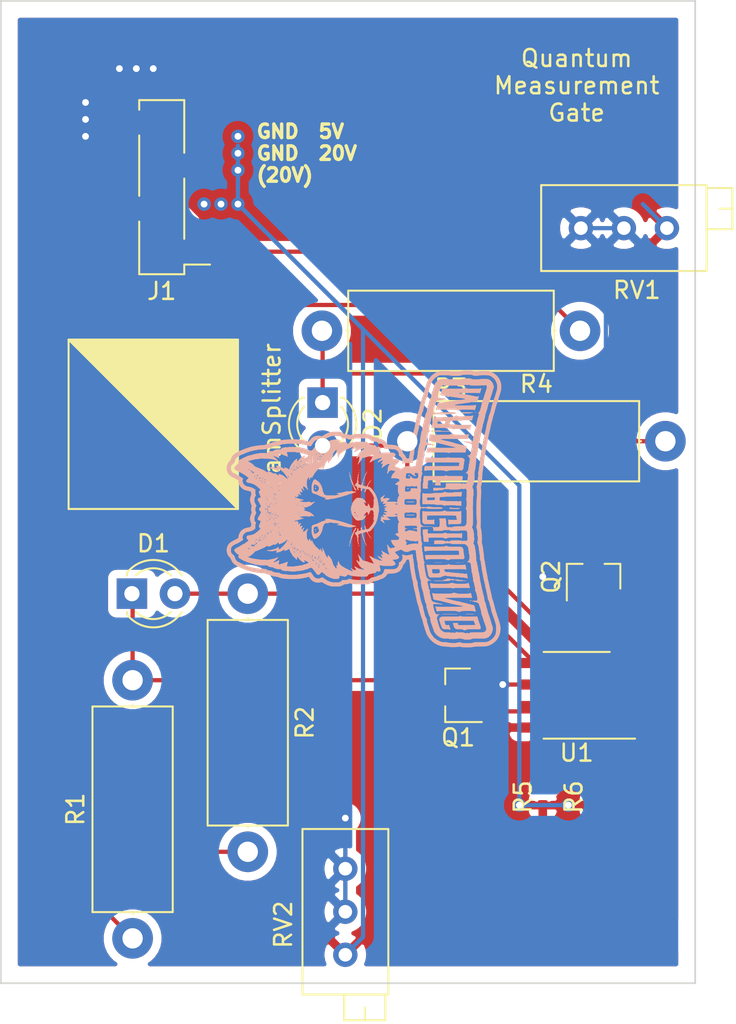
<source format=kicad_pcb>
(kicad_pcb (version 20171130) (host pcbnew 5.1.5+dfsg1-2build2)
  (layers (0 F.Cu signal) (31 B.Cu signal) (34 B.Paste user) (35 F.Paste user) (36 B.SilkS user) (37 F.SilkS user) (38 B.Mask user) (39 F.Mask user) (44 Edge.Cuts user))
  (net 0 "")
  (net 1 "Net-(D1-Pad2)")
  (net 2 "Net-(D2-Pad2)")
  (net 3 /20v)
  (net 4 /5v)
  (net 5 /GND_20)
  (net 6 /GND)
  (net 7 "Net-(Q1-Pad1)")
  (net 8 "Net-(Q2-Pad1)")
  (net 9 /V)
  (net 10 /H)
  (module Symbol:KiCad-Logo2_5mm_Copper (layer F.Cu) (at 159 123)
    (fp_text reference REF** hide)
    (fp_text value KiCad-Logo2_5mm_Copper hide)
    (fp_poly (pts (xy 6.228823 2.274533) (xy 6.260202 2.296776) (xy 6.287911 2.324485) (xy 6.287911 2.63392) (xy 6.287838 2.725799) (xy 6.287495 2.79784) (xy 6.286692 2.85278) (xy 6.285241 2.89336) (xy 6.282952 2.922317) (xy 6.279636 2.942391) (xy 6.275105 2.956321) (xy 6.269169 2.966845) (xy 6.264514 2.9731) (xy 6.233783 2.997673) (xy 6.198496 3.000341) (xy 6.166245 2.985271) (xy 6.155588 2.976374) (xy 6.148464 2.964557) (xy 6.144167 2.945526) (xy 6.141991 2.914992) (xy 6.141228 2.868662) (xy 6.141155 2.832871) (xy 6.141155 2.698045) (xy 5.644444 2.698045) (xy 5.644444 2.8207) (xy 5.643931 2.876787) (xy 5.641876 2.915333) (xy 5.637508 2.941361) (xy 5.630056 2.959897) (xy 5.621047 2.9731) (xy 5.590144 2.997604) (xy 5.555196 3.000506) (xy 5.521738 2.983089) (xy 5.512604 2.973959) (xy 5.506152 2.961855) (xy 5.501897 2.943001) (xy 5.499352 2.91362) (xy 5.498029 2.869937) (xy 5.497443 2.808175) (xy 5.497375 2.794) (xy 5.496891 2.677631) (xy 5.496641 2.581727) (xy 5.496723 2.504177) (xy 5.497231 2.442869) (xy 5.498262 2.39569) (xy 5.499913 2.36053) (xy 5.502279 2.335276) (xy 5.505457 2.317817) (xy 5.509544 2.306041) (xy 5.514634 2.297835) (xy 5.520266 2.291645) (xy 5.552128 2.271844) (xy 5.585357 2.274533) (xy 5.616735 2.296776) (xy 5.629433 2.311126) (xy 5.637526 2.326978) (xy 5.642042 2.349554) (xy 5.644006 2.384078) (xy 5.644444 2.435776) (xy 5.644444 2.551289) (xy 6.141155 2.551289) (xy 6.141155 2.432756) (xy 6.141662 2.378148) (xy 6.143698 2.341275) (xy 6.148035 2.317307) (xy 6.155447 2.301415) (xy 6.163733 2.291645) (xy 6.195594 2.271844) (xy 6.228823 2.274533)) (layer F.Cu) (width 0.01))
    (fp_poly (pts (xy 4.963065 2.269163) (xy 5.041772 2.269542) (xy 5.102863 2.270333) (xy 5.148817 2.27167) (xy 5.182114 2.273683) (xy 5.205236 2.276506) (xy 5.220662 2.280269) (xy 5.230871 2.285105) (xy 5.235813 2.288822) (xy 5.261457 2.321358) (xy 5.264559 2.355138) (xy 5.248711 2.385826) (xy 5.238348 2.398089) (xy 5.227196 2.40645) (xy 5.211035 2.411657) (xy 5.185642 2.414457) (xy 5.146798 2.415596) (xy 5.09028 2.415821) (xy 5.07918 2.415822) (xy 4.933244 2.415822) (xy 4.933244 2.686756) (xy 4.933148 2.772154) (xy 4.932711 2.837864) (xy 4.931712 2.886774) (xy 4.929928 2.921773) (xy 4.927137 2.945749) (xy 4.923117 2.961593) (xy 4.917645 2.972191) (xy 4.910666 2.980267) (xy 4.877734 3.000112) (xy 4.843354 2.998548) (xy 4.812176 2.975906) (xy 4.809886 2.9731) (xy 4.802429 2.962492) (xy 4.796747 2.950081) (xy 4.792601 2.93285) (xy 4.78975 2.907784) (xy 4.787954 2.871867) (xy 4.786972 2.822083) (xy 4.786564 2.755417) (xy 4.786489 2.679589) (xy 4.786489 2.415822) (xy 4.647127 2.415822) (xy 4.587322 2.415418) (xy 4.545918 2.41384) (xy 4.518748 2.410547) (xy 4.501646 2.404992) (xy 4.490443 2.396631) (xy 4.489083 2.395178) (xy 4.472725 2.361939) (xy 4.474172 2.324362) (xy 4.492978 2.291645) (xy 4.50025 2.285298) (xy 4.509627 2.280266) (xy 4.523609 2.276396) (xy 4.544696 2.273537) (xy 4.575389 2.271535) (xy 4.618189 2.270239) (xy 4.675595 2.269498) (xy 4.75011 2.269158) (xy 4.844233 2.269068) (xy 4.86426 2.269067) (xy 4.963065 2.269163)) (layer F.Cu) (width 0.01))
    (fp_poly (pts (xy 4.188614 2.275877) (xy 4.212327 2.290647) (xy 4.238978 2.312227) (xy 4.238978 2.633773) (xy 4.238893 2.72783) (xy 4.238529 2.801932) (xy 4.237724 2.858704) (xy 4.236313 2.900768) (xy 4.234133 2.930748) (xy 4.231021 2.951267) (xy 4.226814 2.964949) (xy 4.221348 2.974416) (xy 4.217472 2.979082) (xy 4.186034 2.999575) (xy 4.150233 2.998739) (xy 4.118873 2.981264) (xy 4.092222 2.959684) (xy 4.092222 2.312227) (xy 4.118873 2.290647) (xy 4.144594 2.274949) (xy 4.1656 2.269067) (xy 4.188614 2.275877)) (layer F.Cu) (width 0.01))
    (fp_poly (pts (xy 3.744665 2.271034) (xy 3.764255 2.278035) (xy 3.76501 2.278377) (xy 3.791613 2.298678) (xy 3.80627 2.319561) (xy 3.809138 2.329352) (xy 3.808996 2.342361) (xy 3.804961 2.360895) (xy 3.796146 2.387257) (xy 3.781669 2.423752) (xy 3.760645 2.472687) (xy 3.732188 2.536365) (xy 3.695415 2.617093) (xy 3.675175 2.661216) (xy 3.638625 2.739985) (xy 3.604315 2.812423) (xy 3.573552 2.87588) (xy 3.547648 2.927708) (xy 3.52791 2.965259) (xy 3.51565 2.985884) (xy 3.513224 2.988733) (xy 3.482183 3.001302) (xy 3.447121 2.999619) (xy 3.419 2.984332) (xy 3.417854 2.983089) (xy 3.406668 2.966154) (xy 3.387904 2.93317) (xy 3.363875 2.88838) (xy 3.336897 2.836032) (xy 3.327201 2.816742) (xy 3.254014 2.67015) (xy 3.17424 2.829393) (xy 3.145767 2.884415) (xy 3.11935 2.932132) (xy 3.097148 2.968893) (xy 3.081319 2.991044) (xy 3.075954 2.995741) (xy 3.034257 3.002102) (xy 2.999849 2.988733) (xy 2.989728 2.974446) (xy 2.972214 2.942692) (xy 2.948735 2.896597) (xy 2.92072 2.839285) (xy 2.889599 2.77388) (xy 2.856799 2.703507) (xy 2.82375 2.631291) (xy 2.791881 2.560355) (xy 2.762619 2.493825) (xy 2.737395 2.434826) (xy 2.717636 2.386481) (xy 2.704772 2.351915) (xy 2.700231 2.334253) (xy 2.700277 2.333613) (xy 2.711326 2.311388) (xy 2.73341 2.288753) (xy 2.73471 2.287768) (xy 2.761853 2.272425) (xy 2.786958 2.272574) (xy 2.796368 2.275466) (xy 2.807834 2.281718) (xy 2.82001 2.294014) (xy 2.834357 2.314908) (xy 2.852336 2.346949) (xy 2.875407 2.392688) (xy 2.90503 2.454677) (xy 2.931745 2.511898) (xy 2.96248 2.578226) (xy 2.990021 2.637874) (xy 3.012938 2.687725) (xy 3.029798 2.724664) (xy 3.039173 2.745573) (xy 3.04054 2.748845) (xy 3.046689 2.743497) (xy 3.060822 2.721109) (xy 3.081057 2.684946) (xy 3.105515 2.638277) (xy 3.115248 2.619022) (xy 3.148217 2.554004) (xy 3.173643 2.506654) (xy 3.193612 2.474219) (xy 3.21021 2.453946) (xy 3.225524 2.443082) (xy 3.24164 2.438875) (xy 3.252143 2.4384) (xy 3.27067 2.440042) (xy 3.286904 2.446831) (xy 3.303035 2.461566) (xy 3.321251 2.487044) (xy 3.343739 2.526061) (xy 3.372689 2.581414) (xy 3.388662 2.612903) (xy 3.41457 2.663087) (xy 3.437167 2.704704) (xy 3.454458 2.734242) (xy 3.46445 2.748189) (xy 3.465809 2.74877) (xy 3.472261 2.737793) (xy 3.486708 2.70929) (xy 3.507703 2.666244) (xy 3.533797 2.611638) (xy 3.563546 2.548454) (xy 3.57818 2.517071) (xy 3.61625 2.436078) (xy 3.646905 2.373756) (xy 3.671737 2.328071) (xy 3.692337 2.296989) (xy 3.710298 2.278478) (xy 3.72721 2.270504) (xy 3.744665 2.271034)) (layer F.Cu) (width 0.01))
    (fp_poly (pts (xy 1.018309 2.269275) (xy 1.147288 2.273636) (xy 1.256991 2.286861) (xy 1.349226 2.309741) (xy 1.425802 2.34307) (xy 1.488527 2.387638) (xy 1.539212 2.444236) (xy 1.579663 2.513658) (xy 1.580459 2.515351) (xy 1.604601 2.577483) (xy 1.613203 2.632509) (xy 1.606231 2.687887) (xy 1.583654 2.751073) (xy 1.579372 2.760689) (xy 1.550172 2.816966) (xy 1.517356 2.860451) (xy 1.475002 2.897417) (xy 1.41719 2.934135) (xy 1.413831 2.936052) (xy 1.363504 2.960227) (xy 1.306621 2.978282) (xy 1.239527 2.990839) (xy 1.158565 2.998522) (xy 1.060082 3.001953) (xy 1.025286 3.002251) (xy 0.859594 3.002845) (xy 0.836197 2.9731) (xy 0.829257 2.963319) (xy 0.823842 2.951897) (xy 0.819765 2.936095) (xy 0.816837 2.913175) (xy 0.814867 2.880396) (xy 0.814225 2.856089) (xy 0.970844 2.856089) (xy 1.064726 2.856089) (xy 1.119664 2.854483) (xy 1.17606 2.850255) (xy 1.222345 2.844292) (xy 1.225139 2.84379) (xy 1.307348 2.821736) (xy 1.371114 2.7886) (xy 1.418452 2.742847) (xy 1.451382 2.682939) (xy 1.457108 2.667061) (xy 1.462721 2.642333) (xy 1.460291 2.617902) (xy 1.448467 2.5854) (xy 1.44134 2.569434) (xy 1.418 2.527006) (xy 1.38988 2.49724) (xy 1.35894 2.476511) (xy 1.296966 2.449537) (xy 1.217651 2.429998) (xy 1.125253 2.418746) (xy 1.058333 2.41627) (xy 0.970844 2.415822) (xy 0.970844 2.856089) (xy 0.814225 2.856089) (xy 0.813668 2.835021) (xy 0.81305 2.774311) (xy 0.812825 2.695526) (xy 0.8128 2.63392) (xy 0.8128 2.324485) (xy 0.840509 2.296776) (xy 0.852806 2.285544) (xy 0.866103 2.277853) (xy 0.884672 2.27304) (xy 0.912786 2.270446) (xy 0.954717 2.26941) (xy 1.014737 2.26927) (xy 1.018309 2.269275)) (layer F.Cu) (width 0.01))
    (fp_poly (pts (xy 0.230343 2.26926) (xy 0.306701 2.270174) (xy 0.365217 2.272311) (xy 0.408255 2.276175) (xy 0.438183 2.282267) (xy 0.457368 2.29109) (xy 0.468176 2.303146) (xy 0.472973 2.318939) (xy 0.474127 2.33897) (xy 0.474133 2.341335) (xy 0.473131 2.363992) (xy 0.468396 2.381503) (xy 0.457333 2.394574) (xy 0.437348 2.403913) (xy 0.405846 2.410227) (xy 0.360232 2.414222) (xy 0.297913 2.416606) (xy 0.216293 2.418086) (xy 0.191277 2.418414) (xy -0.0508 2.421467) (xy -0.054186 2.486378) (xy -0.057571 2.551289) (xy 0.110576 2.551289) (xy 0.176266 2.551531) (xy 0.223172 2.552556) (xy 0.255083 2.554811) (xy 0.275791 2.558742) (xy 0.289084 2.564798) (xy 0.298755 2.573424) (xy 0.298817 2.573493) (xy 0.316356 2.607112) (xy 0.315722 2.643448) (xy 0.297314 2.674423) (xy 0.293671 2.677607) (xy 0.280741 2.685812) (xy 0.263024 2.691521) (xy 0.23657 2.695162) (xy 0.197432 2.697167) (xy 0.141662 2.697964) (xy 0.105994 2.698045) (xy -0.056445 2.698045) (xy -0.056445 2.856089) (xy 0.190161 2.856089) (xy 0.27158 2.856231) (xy 0.33341 2.856814) (xy 0.378637 2.858068) (xy 0.410248 2.860227) (xy 0.431231 2.863523) (xy 0.444573 2.868189) (xy 0.453261 2.874457) (xy 0.45545 2.876733) (xy 0.471614 2.90828) (xy 0.472797 2.944168) (xy 0.459536 2.975285) (xy 0.449043 2.985271) (xy 0.438129 2.990769) (xy 0.421217 2.995022) (xy 0.395633 2.99818) (xy 0.358701 3.000392) (xy 0.307746 3.001806) (xy 0.240094 3.002572) (xy 0.153069 3.002838) (xy 0.133394 3.002845) (xy 0.044911 3.002787) (xy -0.023773 3.002467) (xy -0.075436 3.001667) (xy -0.112855 3.000167) (xy -0.13881 2.997749) (xy -0.156078 2.994194) (xy -0.167438 2.989282) (xy -0.175668 2.982795) (xy -0.180183 2.978138) (xy -0.186979 2.969889) (xy -0.192288 2.959669) (xy -0.196294 2.9448) (xy -0.199179 2.922602) (xy -0.201126 2.890393) (xy -0.202319 2.845496) (xy -0.202939 2.785228) (xy -0.203171 2.706911) (xy -0.2032 2.640994) (xy -0.203129 2.548628) (xy -0.202792 2.476117) (xy -0.202002 2.420737) (xy -0.200574 2.379765) (xy -0.198321 2.350478) (xy -0.195057 2.330153) (xy -0.190596 2.316066) (xy -0.184752 2.305495) (xy -0.179803 2.298811) (xy -0.156406 2.269067) (xy 0.133774 2.269067) (xy 0.230343 2.26926)) (layer F.Cu) (width 0.01))
    (fp_poly (pts (xy -1.300114 2.273448) (xy -1.276548 2.287273) (xy -1.245735 2.309881) (xy -1.206078 2.342338) (xy -1.15598 2.385708) (xy -1.093843 2.441058) (xy -1.018072 2.509451) (xy -0.931334 2.588084) (xy -0.750711 2.751878) (xy -0.745067 2.532029) (xy -0.743029 2.456351) (xy -0.741063 2.399994) (xy -0.738734 2.359706) (xy -0.735606 2.332235) (xy -0.731245 2.314329) (xy -0.725216 2.302737) (xy -0.717084 2.294208) (xy -0.712772 2.290623) (xy -0.678241 2.27167) (xy -0.645383 2.274441) (xy -0.619318 2.290633) (xy -0.592667 2.312199) (xy -0.589352 2.627151) (xy -0.588435 2.719779) (xy -0.587968 2.792544) (xy -0.588113 2.848161) (xy -0.589032 2.889342) (xy -0.590887 2.918803) (xy -0.593839 2.939255) (xy -0.59805 2.953413) (xy -0.603682 2.963991) (xy -0.609927 2.972474) (xy -0.623439 2.988207) (xy -0.636883 2.998636) (xy -0.652124 3.002639) (xy -0.671026 2.999094) (xy -0.695455 2.986879) (xy -0.727273 2.964871) (xy -0.768348 2.931949) (xy -0.820542 2.886991) (xy -0.885722 2.828875) (xy -0.959556 2.762099) (xy -1.224845 2.521458) (xy -1.230489 2.740589) (xy -1.232531 2.816128) (xy -1.234502 2.872354) (xy -1.236839 2.912524) (xy -1.239981 2.939896) (xy -1.244364 2.957728) (xy -1.250424 2.969279) (xy -1.2586 2.977807) (xy -1.262784 2.981282) (xy -1.299765 3.000372) (xy -1.334708 2.997493) (xy -1.365136 2.9731) (xy -1.372097 2.963286) (xy -1.377523 2.951826) (xy -1.381603 2.935968) (xy -1.384529 2.912963) (xy -1.386492 2.880062) (xy -1.387683 2.834516) (xy -1.388292 2.773573) (xy -1.388511 2.694486) (xy -1.388534 2.635956) (xy -1.38846 2.544407) (xy -1.388113 2.472687) (xy -1.387301 2.418045) (xy -1.385833 2.377732) (xy -1.383519 2.348998) (xy -1.380167 2.329093) (xy -1.375588 2.315268) (xy -1.369589 2.304772) (xy -1.365136 2.298811) (xy -1.35385 2.284691) (xy -1.343301 2.274029) (xy -1.331893 2.267892) (xy -1.31803 2.267343) (xy -1.300114 2.273448)) (layer F.Cu) (width 0.01))
    (fp_poly (pts (xy -1.950081 2.274599) (xy -1.881565 2.286095) (xy -1.828943 2.303967) (xy -1.794708 2.327499) (xy -1.785379 2.340924) (xy -1.775893 2.372148) (xy -1.782277 2.400395) (xy -1.80243 2.427182) (xy -1.833745 2.439713) (xy -1.879183 2.438696) (xy -1.914326 2.431906) (xy -1.992419 2.418971) (xy -2.072226 2.417742) (xy -2.161555 2.428241) (xy -2.186229 2.43269) (xy -2.269291 2.456108) (xy -2.334273 2.490945) (xy -2.380461 2.536604) (xy -2.407145 2.592494) (xy -2.412663 2.621388) (xy -2.409051 2.680012) (xy -2.385729 2.731879) (xy -2.344824 2.775978) (xy -2.288459 2.811299) (xy -2.21876 2.836829) (xy -2.137852 2.851559) (xy -2.04786 2.854478) (xy -1.95091 2.844575) (xy -1.945436 2.843641) (xy -1.906875 2.836459) (xy -1.885494 2.829521) (xy -1.876227 2.819227) (xy -1.874006 2.801976) (xy -1.873956 2.792841) (xy -1.873956 2.754489) (xy -1.942431 2.754489) (xy -2.0029 2.750347) (xy -2.044165 2.737147) (xy -2.068175 2.71373) (xy -2.076877 2.678936) (xy -2.076983 2.674394) (xy -2.071892 2.644654) (xy -2.054433 2.623419) (xy -2.021939 2.609366) (xy -1.971743 2.601173) (xy -1.923123 2.598161) (xy -1.852456 2.596433) (xy -1.801198 2.59907) (xy -1.766239 2.6088) (xy -1.74447 2.628353) (xy -1.73278 2.660456) (xy -1.72806 2.707838) (xy -1.7272 2.770071) (xy -1.728609 2.839535) (xy -1.732848 2.886786) (xy -1.739936 2.912012) (xy -1.741311 2.913988) (xy -1.780228 2.945508) (xy -1.837286 2.97047) (xy -1.908869 2.98834) (xy -1.991358 2.998586) (xy -2.081139 3.000673) (xy -2.174592 2.994068) (xy -2.229556 2.985956) (xy -2.315766 2.961554) (xy -2.395892 2.921662) (xy -2.462977 2.869887) (xy -2.473173 2.859539) (xy -2.506302 2.816035) (xy -2.536194 2.762118) (xy -2.559357 2.705592) (xy -2.572298 2.654259) (xy -2.573858 2.634544) (xy -2.567218 2.593419) (xy -2.549568 2.542252) (xy -2.524297 2.488394) (xy -2.494789 2.439195) (xy -2.468719 2.406334) (xy -2.407765 2.357452) (xy -2.328969 2.318545) (xy -2.235157 2.290494) (xy -2.12915 2.274179) (xy -2.032 2.270192) (xy -1.950081 2.274599)) (layer F.Cu) (width 0.01))
    (fp_poly (pts (xy -2.923822 2.291645) (xy -2.917242 2.299218) (xy -2.912079 2.308987) (xy -2.908164 2.323571) (xy -2.905324 2.345585) (xy -2.903387 2.377648) (xy -2.902183 2.422375) (xy -2.901539 2.482385) (xy -2.901284 2.560294) (xy -2.901245 2.635956) (xy -2.901314 2.729802) (xy -2.901638 2.803689) (xy -2.902386 2.860232) (xy -2.903732 2.902049) (xy -2.905846 2.931757) (xy -2.9089 2.951973) (xy -2.913066 2.965314) (xy -2.918516 2.974398) (xy -2.923822 2.980267) (xy -2.956826 2.999947) (xy -2.991991 2.998181) (xy -3.023455 2.976717) (xy -3.030684 2.968337) (xy -3.036334 2.958614) (xy -3.040599 2.944861) (xy -3.043673 2.924389) (xy -3.045752 2.894512) (xy -3.04703 2.852541) (xy -3.047701 2.795789) (xy -3.047959 2.721567) (xy -3.048 2.637537) (xy -3.048 2.324485) (xy -3.020291 2.296776) (xy -2.986137 2.273463) (xy -2.953006 2.272623) (xy -2.923822 2.291645)) (layer F.Cu) (width 0.01))
    (fp_poly (pts (xy -3.691703 2.270351) (xy -3.616888 2.275581) (xy -3.547306 2.28375) (xy -3.487002 2.29455) (xy -3.44002 2.307673) (xy -3.410406 2.322813) (xy -3.40586 2.327269) (xy -3.390054 2.36185) (xy -3.394847 2.397351) (xy -3.419364 2.427725) (xy -3.420534 2.428596) (xy -3.434954 2.437954) (xy -3.450008 2.442876) (xy -3.471005 2.443473) (xy -3.503257 2.439861) (xy -3.552073 2.432154) (xy -3.556 2.431505) (xy -3.628739 2.422569) (xy -3.707217 2.418161) (xy -3.785927 2.418119) (xy -3.859361 2.422279) (xy -3.922011 2.430479) (xy -3.96837 2.442557) (xy -3.971416 2.443771) (xy -4.005048 2.462615) (xy -4.016864 2.481685) (xy -4.007614 2.500439) (xy -3.978047 2.518337) (xy -3.928911 2.534837) (xy -3.860957 2.549396) (xy -3.815645 2.556406) (xy -3.721456 2.569889) (xy -3.646544 2.582214) (xy -3.587717 2.594449) (xy -3.541785 2.607661) (xy -3.505555 2.622917) (xy -3.475838 2.641285) (xy -3.449442 2.663831) (xy -3.42823 2.685971) (xy -3.403065 2.716819) (xy -3.390681 2.743345) (xy -3.386808 2.776026) (xy -3.386667 2.787995) (xy -3.389576 2.827712) (xy -3.401202 2.857259) (xy -3.421323 2.883486) (xy -3.462216 2.923576) (xy -3.507817 2.954149) (xy -3.561513 2.976203) (xy -3.626692 2.990735) (xy -3.706744 2.998741) (xy -3.805057 3.001218) (xy -3.821289 3.001177) (xy -3.886849 2.999818) (xy -3.951866 2.99673) (xy -4.009252 2.992356) (xy -4.051922 2.98714) (xy -4.055372 2.986541) (xy -4.097796 2.976491) (xy -4.13378 2.963796) (xy -4.15415 2.95219) (xy -4.173107 2.921572) (xy -4.174427 2.885918) (xy -4.158085 2.854144) (xy -4.154429 2.850551) (xy -4.139315 2.839876) (xy -4.120415 2.835276) (xy -4.091162 2.836059) (xy -4.055651 2.840127) (xy -4.01597 2.843762) (xy -3.960345 2.846828) (xy -3.895406 2.849053) (xy -3.827785 2.850164) (xy -3.81 2.850237) (xy -3.742128 2.849964) (xy -3.692454 2.848646) (xy -3.65661 2.845827) (xy -3.630224 2.84105) (xy -3.608926 2.833857) (xy -3.596126 2.827867) (xy -3.568 2.811233) (xy -3.550068 2.796168) (xy -3.547447 2.791897) (xy -3.552976 2.774263) (xy -3.57926 2.757192) (xy -3.624478 2.741458) (xy -3.686808 2.727838) (xy -3.705171 2.724804) (xy -3.80109 2.709738) (xy -3.877641 2.697146) (xy -3.93778 2.686111) (xy -3.98446 2.67572) (xy -4.020637 2.665056) (xy -4.049265 2.653205) (xy -4.073298 2.639251) (xy -4.095692 2.622281) (xy -4.119402 2.601378) (xy -4.12738 2.594049) (xy -4.155353 2.566699) (xy -4.17016 2.545029) (xy -4.175952 2.520232) (xy -4.176889 2.488983) (xy -4.166575 2.427705) (xy -4.135752 2.37564) (xy -4.084595 2.332958) (xy -4.013283 2.299825) (xy -3.9624 2.284964) (xy -3.9071 2.275366) (xy -3.840853 2.269936) (xy -3.767706 2.268367) (xy -3.691703 2.270351)) (layer F.Cu) (width 0.01))
    (fp_poly (pts (xy -4.712794 2.269146) (xy -4.643386 2.269518) (xy -4.590997 2.270385) (xy -4.552847 2.271946) (xy -4.526159 2.274403) (xy -4.508153 2.277957) (xy -4.496049 2.28281) (xy -4.487069 2.289161) (xy -4.483818 2.292084) (xy -4.464043 2.323142) (xy -4.460482 2.358828) (xy -4.473491 2.39051) (xy -4.479506 2.396913) (xy -4.489235 2.403121) (xy -4.504901 2.40791) (xy -4.529408 2.411514) (xy -4.565661 2.414164) (xy -4.616565 2.416095) (xy -4.685026 2.417539) (xy -4.747617 2.418418) (xy -4.995334 2.421467) (xy -4.998719 2.486378) (xy -5.002105 2.551289) (xy -4.833958 2.551289) (xy -4.760959 2.551919) (xy -4.707517 2.554553) (xy -4.670628 2.560309) (xy -4.647288 2.570304) (xy -4.634494 2.585656) (xy -4.629242 2.607482) (xy -4.628445 2.627738) (xy -4.630923 2.652592) (xy -4.640277 2.670906) (xy -4.659383 2.683637) (xy -4.691118 2.691741) (xy -4.738359 2.696176) (xy -4.803983 2.697899) (xy -4.839801 2.698045) (xy -5.000978 2.698045) (xy -5.000978 2.856089) (xy -4.752622 2.856089) (xy -4.671213 2.856202) (xy -4.609342 2.856712) (xy -4.563968 2.85787) (xy -4.532054 2.85993) (xy -4.510559 2.863146) (xy -4.496443 2.867772) (xy -4.486668 2.874059) (xy -4.481689 2.878667) (xy -4.46461 2.90556) (xy -4.459111 2.929467) (xy -4.466963 2.958667) (xy -4.481689 2.980267) (xy -4.489546 2.987066) (xy -4.499688 2.992346) (xy -4.514844 2.996298) (xy -4.537741 2.999113) (xy -4.571109 3.000982) (xy -4.617675 3.002098) (xy -4.680167 3.002651) (xy -4.761314 3.002833) (xy -4.803422 3.002845) (xy -4.893598 3.002765) (xy -4.963924 3.002398) (xy -5.017129 3.001552) (xy -5.05594 3.000036) (xy -5.083087 2.997659) (xy -5.101298 2.994229) (xy -5.1133 2.989554) (xy -5.121822 2.983444) (xy -5.125156 2.980267) (xy -5.131755 2.97267) (xy -5.136927 2.96287) (xy -5.140846 2.948239) (xy -5.143684 2.926152) (xy -5.145615 2.893982) (xy -5.146812 2.849103) (xy -5.147448 2.788889) (xy -5.147697 2.710713) (xy -5.147734 2.637923) (xy -5.1477 2.544707) (xy -5.147465 2.471431) (xy -5.14683 2.415458) (xy -5.145594 2.374151) (xy -5.143556 2.344872) (xy -5.140517 2.324984) (xy -5.136277 2.31185) (xy -5.130635 2.302832) (xy -5.123391 2.295293) (xy -5.121606 2.293612) (xy -5.112945 2.286172) (xy -5.102882 2.280409) (xy -5.088625 2.276112) (xy -5.067383 2.273064) (xy -5.036364 2.271051) (xy -4.992777 2.26986) (xy -4.933831 2.269275) (xy -4.856734 2.269083) (xy -4.802001 2.269067) (xy -4.712794 2.269146)) (layer F.Cu) (width 0.01))
    (fp_poly (pts (xy -6.121371 2.269066) (xy -6.081889 2.269467) (xy -5.9662 2.272259) (xy -5.869311 2.28055) (xy -5.787919 2.295232) (xy -5.718723 2.317193) (xy -5.65842 2.347322) (xy -5.603708 2.38651) (xy -5.584167 2.403532) (xy -5.55175 2.443363) (xy -5.52252 2.497413) (xy -5.499991 2.557323) (xy -5.487679 2.614739) (xy -5.4864 2.635956) (xy -5.494417 2.694769) (xy -5.515899 2.759013) (xy -5.546999 2.819821) (xy -5.583866 2.86833) (xy -5.589854 2.874182) (xy -5.640579 2.915321) (xy -5.696125 2.947435) (xy -5.759696 2.971365) (xy -5.834494 2.987953) (xy -5.923722 2.998041) (xy -6.030582 3.002469) (xy -6.079528 3.002845) (xy -6.141762 3.002545) (xy -6.185528 3.001292) (xy -6.214931 2.998554) (xy -6.234079 2.993801) (xy -6.247077 2.986501) (xy -6.254045 2.980267) (xy -6.260626 2.972694) (xy -6.265788 2.962924) (xy -6.269703 2.94834) (xy -6.272543 2.926326) (xy -6.27448 2.894264) (xy -6.275684 2.849536) (xy -6.276328 2.789526) (xy -6.276583 2.711617) (xy -6.276622 2.635956) (xy -6.27687 2.535041) (xy -6.276817 2.454427) (xy -6.275857 2.415822) (xy -6.129867 2.415822) (xy -6.129867 2.856089) (xy -6.036734 2.856004) (xy -5.980693 2.854396) (xy -5.921999 2.850256) (xy -5.873028 2.844464) (xy -5.871538 2.844226) (xy -5.792392 2.82509) (xy -5.731002 2.795287) (xy -5.684305 2.752878) (xy -5.654635 2.706961) (xy -5.636353 2.656026) (xy -5.637771 2.6082) (xy -5.658988 2.556933) (xy -5.700489 2.503899) (xy -5.757998 2.4646) (xy -5.83275 2.438331) (xy -5.882708 2.429035) (xy -5.939416 2.422507) (xy -5.999519 2.417782) (xy -6.050639 2.415817) (xy -6.053667 2.415808) (xy -6.129867 2.415822) (xy -6.275857 2.415822) (xy -6.27526 2.391851) (xy -6.270998 2.345055) (xy -6.26283 2.311778) (xy -6.249556 2.289759) (xy -6.229974 2.276739) (xy -6.202883 2.270457) (xy -6.167082 2.268653) (xy -6.121371 2.269066)) (layer F.Cu) (width 0.01))
    (fp_poly (pts (xy -2.273043 -2.973429) (xy -2.176768 -2.949191) (xy -2.090184 -2.906359) (xy -2.015373 -2.846581) (xy -1.954418 -2.771506) (xy -1.909399 -2.68278) (xy -1.883136 -2.58647) (xy -1.877286 -2.489205) (xy -1.89214 -2.395346) (xy -1.92584 -2.307489) (xy -1.976528 -2.22823) (xy -2.042345 -2.160164) (xy -2.121434 -2.105888) (xy -2.211934 -2.067998) (xy -2.2632 -2.055574) (xy -2.307698 -2.048053) (xy -2.341999 -2.045081) (xy -2.37496 -2.046906) (xy -2.415434 -2.053775) (xy -2.448531 -2.06075) (xy -2.541947 -2.092259) (xy -2.625619 -2.143383) (xy -2.697665 -2.212571) (xy -2.7562 -2.298272) (xy -2.770148 -2.325511) (xy -2.786586 -2.361878) (xy -2.796894 -2.392418) (xy -2.80246 -2.42455) (xy -2.804669 -2.465693) (xy -2.804948 -2.511778) (xy -2.800861 -2.596135) (xy -2.787446 -2.665414) (xy -2.762256 -2.726039) (xy -2.722846 -2.784433) (xy -2.684298 -2.828698) (xy -2.612406 -2.894516) (xy -2.537313 -2.939947) (xy -2.454562 -2.96715) (xy -2.376928 -2.977424) (xy -2.273043 -2.973429)) (layer F.Cu) (width 0.01))
    (fp_poly (pts (xy 6.186507 -0.527755) (xy 6.186526 -0.293338) (xy 6.186552 -0.080397) (xy 6.186625 0.112168) (xy 6.186782 0.285459) (xy 6.187064 0.440576) (xy 6.187509 0.57862) (xy 6.188156 0.700692) (xy 6.189045 0.807894) (xy 6.190213 0.901326) (xy 6.191701 0.98209) (xy 6.193546 1.051286) (xy 6.195789 1.110015) (xy 6.198469 1.159379) (xy 6.201623 1.200478) (xy 6.205292 1.234413) (xy 6.209513 1.262286) (xy 6.214327 1.285198) (xy 6.219773 1.304249) (xy 6.225888 1.32054) (xy 6.232712 1.335173) (xy 6.240285 1.349249) (xy 6.248645 1.363868) (xy 6.253839 1.372974) (xy 6.288104 1.433689) (xy 5.429955 1.433689) (xy 5.429955 1.337733) (xy 5.429224 1.29437) (xy 5.427272 1.261205) (xy 5.424463 1.243424) (xy 5.423221 1.241778) (xy 5.411799 1.248662) (xy 5.389084 1.266505) (xy 5.366385 1.285879) (xy 5.3118 1.326614) (xy 5.242321 1.367617) (xy 5.16527 1.405123) (xy 5.087965 1.435364) (xy 5.057113 1.445012) (xy 4.988616 1.459578) (xy 4.905764 1.469539) (xy 4.816371 1.474583) (xy 4.728248 1.474396) (xy 4.649207 1.468666) (xy 4.611511 1.462858) (xy 4.473414 1.424797) (xy 4.346113 1.367073) (xy 4.230292 1.290211) (xy 4.126637 1.194739) (xy 4.035833 1.081179) (xy 3.969031 0.970381) (xy 3.914164 0.853625) (xy 3.872163 0.734276) (xy 3.842167 0.608283) (xy 3.823311 0.471594) (xy 3.814732 0.320158) (xy 3.814006 0.242711) (xy 3.8161 0.185934) (xy 4.645217 0.185934) (xy 4.645424 0.279002) (xy 4.648337 0.366692) (xy 4.654 0.443772) (xy 4.662455 0.505009) (xy 4.665038 0.51735) (xy 4.69684 0.624633) (xy 4.738498 0.711658) (xy 4.790363 0.778642) (xy 4.852781 0.825805) (xy 4.9261 0.853365) (xy 5.010669 0.861541) (xy 5.106835 0.850551) (xy 5.170311 0.834829) (xy 5.219454 0.816639) (xy 5.273583 0.790791) (xy 5.314244 0.767089) (xy 5.3848 0.720721) (xy 5.3848 -0.42947) (xy 5.317392 -0.473038) (xy 5.238867 -0.51396) (xy 5.154681 -0.540611) (xy 5.069557 -0.552535) (xy 4.988216 -0.549278) (xy 4.91538 -0.530385) (xy 4.883426 -0.514816) (xy 4.825501 -0.471819) (xy 4.776544 -0.415047) (xy 4.73539 -0.342425) (xy 4.700874 -0.251879) (xy 4.671833 -0.141334) (xy 4.670552 -0.135467) (xy 4.660381 -0.073212) (xy 4.652739 0.004594) (xy 4.64767 0.09272) (xy 4.645217 0.185934) (xy 3.8161 0.185934) (xy 3.821857 0.029895) (xy 3.843802 -0.165941) (xy 3.879786 -0.344668) (xy 3.929759 -0.506155) (xy 3.993668 -0.650274) (xy 4.071462 -0.776894) (xy 4.163089 -0.885885) (xy 4.268497 -0.977117) (xy 4.313662 -1.008068) (xy 4.414611 -1.064215) (xy 4.517901 -1.103826) (xy 4.627989 -1.127986) (xy 4.74933 -1.137781) (xy 4.841836 -1.136735) (xy 4.97149 -1.125769) (xy 5.084084 -1.103954) (xy 5.182875 -1.070286) (xy 5.271121 -1.023764) (xy 5.319986 -0.989552) (xy 5.349353 -0.967638) (xy 5.371043 -0.952667) (xy 5.379253 -0.948267) (xy 5.380868 -0.959096) (xy 5.382159 -0.989749) (xy 5.383138 -1.037474) (xy 5.383817 -1.099521) (xy 5.38421 -1.173138) (xy 5.38433 -1.255573) (xy 5.384188 -1.344075) (xy 5.383797 -1.435893) (xy 5.383171 -1.528276) (xy 5.38232 -1.618472) (xy 5.38126 -1.703729) (xy 5.380001 -1.781297) (xy 5.378556 -1.848424) (xy 5.376938 -1.902359) (xy 5.375161 -1.94035) (xy 5.374669 -1.947333) (xy 5.367092 -2.017749) (xy 5.355531 -2.072898) (xy 5.337792 -2.120019) (xy 5.311682 -2.166353) (xy 5.305415 -2.175933) (xy 5.280983 -2.212622) (xy 6.186311 -2.212622) (xy 6.186507 -0.527755)) (layer F.Cu) (width 0.01))
    (fp_poly (pts (xy 2.673574 -1.133448) (xy 2.825492 -1.113433) (xy 2.960756 -1.079798) (xy 3.080239 -1.032275) (xy 3.184815 -0.970595) (xy 3.262424 -0.907035) (xy 3.331265 -0.832901) (xy 3.385006 -0.753129) (xy 3.42791 -0.660909) (xy 3.443384 -0.617839) (xy 3.456244 -0.578858) (xy 3.467446 -0.542711) (xy 3.47712 -0.507566) (xy 3.485396 -0.47159) (xy 3.492403 -0.43295) (xy 3.498272 -0.389815) (xy 3.503131 -0.340351) (xy 3.50711 -0.282727) (xy 3.51034 -0.215109) (xy 3.512949 -0.135666) (xy 3.515067 -0.042564) (xy 3.516824 0.066027) (xy 3.518349 0.191942) (xy 3.519772 0.337012) (xy 3.521025 0.479778) (xy 3.522351 0.635968) (xy 3.523556 0.771239) (xy 3.524766 0.887246) (xy 3.526106 0.985645) (xy 3.5277 1.068093) (xy 3.529675 1.136246) (xy 3.532156 1.19176) (xy 3.535269 1.236292) (xy 3.539138 1.271498) (xy 3.543889 1.299034) (xy 3.549648 1.320556) (xy 3.556539 1.337722) (xy 3.564689 1.352186) (xy 3.574223 1.365606) (xy 3.585266 1.379638) (xy 3.589566 1.385071) (xy 3.605386 1.40791) (xy 3.612422 1.423463) (xy 3.612444 1.423922) (xy 3.601567 1.426121) (xy 3.570582 1.428147) (xy 3.521957 1.429942) (xy 3.458163 1.431451) (xy 3.381669 1.432616) (xy 3.294944 1.43338) (xy 3.200457 1.433686) (xy 3.18955 1.433689) (xy 2.766657 1.433689) (xy 2.763395 1.337622) (xy 2.760133 1.241556) (xy 2.698044 1.292543) (xy 2.600714 1.360057) (xy 2.490813 1.414749) (xy 2.404349 1.444978) (xy 2.335278 1.459666) (xy 2.251925 1.469659) (xy 2.162159 1.474646) (xy 2.073845 1.474313) (xy 1.994851 1.468351) (xy 1.958622 1.462638) (xy 1.818603 1.424776) (xy 1.692178 1.369932) (xy 1.58026 1.298924) (xy 1.483762 1.212568) (xy 1.4036 1.111679) (xy 1.340687 0.997076) (xy 1.296312 0.870984) (xy 1.283978 0.814401) (xy 1.276368 0.752202) (xy 1.272739 0.677363) (xy 1.272245 0.643467) (xy 1.27231 0.640282) (xy 2.032248 0.640282) (xy 2.041541 0.715333) (xy 2.069728 0.77916) (xy 2.118197 0.834798) (xy 2.123254 0.839211) (xy 2.171548 0.874037) (xy 2.223257 0.89662) (xy 2.283989 0.90854) (xy 2.359352 0.911383) (xy 2.377459 0.910978) (xy 2.431278 0.908325) (xy 2.471308 0.902909) (xy 2.506324 0.892745) (xy 2.545103 0.87585) (xy 2.555745 0.870672) (xy 2.616396 0.834844) (xy 2.663215 0.792212) (xy 2.675952 0.776973) (xy 2.720622 0.720462) (xy 2.720622 0.524586) (xy 2.720086 0.445939) (xy 2.718396 0.387988) (xy 2.715428 0.348875) (xy 2.711057 0.326741) (xy 2.706972 0.320274) (xy 2.691047 0.317111) (xy 2.657264 0.314488) (xy 2.61034 0.312655) (xy 2.554993 0.311857) (xy 2.546106 0.311842) (xy 2.42533 0.317096) (xy 2.32266 0.333263) (xy 2.236106 0.360961) (xy 2.163681 0.400808) (xy 2.108751 0.447758) (xy 2.064204 0.505645) (xy 2.03948 0.568693) (xy 2.032248 0.640282) (xy 1.27231 0.640282) (xy 1.274178 0.549712) (xy 1.282522 0.470812) (xy 1.298768 0.39959) (xy 1.324405 0.328864) (xy 1.348401 0.276493) (xy 1.40702 0.181196) (xy 1.485117 0.09317) (xy 1.580315 0.014017) (xy 1.690238 -0.05466) (xy 1.81251 -0.111259) (xy 1.944755 -0.154179) (xy 2.009422 -0.169118) (xy 2.145604 -0.191223) (xy 2.294049 -0.205806) (xy 2.445505 -0.212187) (xy 2.572064 -0.210555) (xy 2.73395 -0.203776) (xy 2.72653 -0.262755) (xy 2.707238 -0.361908) (xy 2.676104 -0.442628) (xy 2.632269 -0.505534) (xy 2.574871 -0.551244) (xy 2.503048 -0.580378) (xy 2.415941 -0.593553) (xy 2.312686 -0.591389) (xy 2.274711 -0.587388) (xy 2.13352 -0.56222) (xy 1.996707 -0.521186) (xy 1.902178 -0.483185) (xy 1.857018 -0.46381) (xy 1.818585 -0.44824) (xy 1.792234 -0.438595) (xy 1.784546 -0.436548) (xy 1.774802 -0.445626) (xy 1.758083 -0.474595) (xy 1.734232 -0.523783) (xy 1.703093 -0.593516) (xy 1.664507 -0.684121) (xy 1.65791 -0.699911) (xy 1.627853 -0.772228) (xy 1.600874 -0.837575) (xy 1.578136 -0.893094) (xy 1.560806 -0.935928) (xy 1.550048 -0.963219) (xy 1.546941 -0.972058) (xy 1.55694 -0.976813) (xy 1.583217 -0.98209) (xy 1.611489 -0.985769) (xy 1.641646 -0.990526) (xy 1.689433 -0.999972) (xy 1.750612 -1.01318) (xy 1.820946 -1.029224) (xy 1.896194 -1.04718) (xy 1.924755 -1.054203) (xy 2.029816 -1.079791) (xy 2.11748 -1.099853) (xy 2.192068 -1.115031) (xy 2.257903 -1.125965) (xy 2.319307 -1.133296) (xy 2.380602 -1.137665) (xy 2.44611 -1.139713) (xy 2.504128 -1.140111) (xy 2.673574 -1.133448)) (layer F.Cu) (width 0.01))
    (fp_poly (pts (xy 0.328429 -2.050929) (xy 0.48857 -2.029755) (xy 0.65251 -1.989615) (xy 0.822313 -1.930111) (xy 1.000043 -1.850846) (xy 1.01131 -1.845301) (xy 1.069005 -1.817275) (xy 1.120552 -1.793198) (xy 1.162191 -1.774751) (xy 1.190162 -1.763614) (xy 1.199733 -1.761067) (xy 1.21895 -1.756059) (xy 1.223561 -1.751853) (xy 1.218458 -1.74142) (xy 1.202418 -1.715132) (xy 1.177288 -1.675743) (xy 1.144914 -1.626009) (xy 1.107143 -1.568685) (xy 1.065822 -1.506524) (xy 1.022798 -1.442282) (xy 0.979917 -1.378715) (xy 0.939026 -1.318575) (xy 0.901971 -1.26462) (xy 0.8706 -1.219603) (xy 0.846759 -1.186279) (xy 0.832294 -1.167403) (xy 0.830309 -1.165213) (xy 0.820191 -1.169862) (xy 0.79785 -1.187038) (xy 0.76728 -1.21356) (xy 0.751536 -1.228036) (xy 0.655047 -1.303318) (xy 0.548336 -1.358759) (xy 0.432832 -1.393859) (xy 0.309962 -1.40812) (xy 0.240561 -1.406949) (xy 0.119423 -1.389788) (xy 0.010205 -1.353906) (xy -0.087418 -1.299041) (xy -0.173772 -1.22493) (xy -0.249185 -1.131312) (xy -0.313982 -1.017924) (xy -0.351399 -0.931333) (xy -0.395252 -0.795634) (xy -0.427572 -0.64815) (xy -0.448443 -0.492686) (xy -0.457949 -0.333044) (xy -0.456173 -0.173027) (xy -0.443197 -0.016439) (xy -0.419106 0.132918) (xy -0.383982 0.27124) (xy -0.337908 0.394724) (xy -0.321627 0.428978) (xy -0.25338 0.543064) (xy -0.172921 0.639557) (xy -0.08143 0.71767) (xy 0.019911 0.776617) (xy 0.12992 0.815612) (xy 0.247415 0.833868) (xy 0.288883 0.835211) (xy 0.410441 0.82429) (xy 0.530878 0.791474) (xy 0.648666 0.737439) (xy 0.762277 0.662865) (xy 0.853685 0.584539) (xy 0.900215 0.540008) (xy 1.081483 0.837271) (xy 1.12658 0.911433) (xy 1.167819 0.979646) (xy 1.203735 1.039459) (xy 1.232866 1.08842) (xy 1.25375 1.124079) (xy 1.264924 1.143984) (xy 1.266375 1.147079) (xy 1.258146 1.156718) (xy 1.232567 1.173999) (xy 1.192873 1.197283) (xy 1.142297 1.224934) (xy 1.084074 1.255315) (xy 1.021437 1.28679) (xy 0.957621 1.317722) (xy 0.89586 1.346473) (xy 0.839388 1.371408) (xy 0.791438 1.390889) (xy 0.767986 1.399318) (xy 0.634221 1.437133) (xy 0.496327 1.462136) (xy 0.348622 1.47514) (xy 0.221833 1.477468) (xy 0.153878 1.476373) (xy 0.088277 1.474275) (xy 0.030847 1.471434) (xy -0.012597 1.468106) (xy -0.026702 1.466422) (xy -0.165716 1.437587) (xy -0.307243 1.392468) (xy -0.444725 1.33375) (xy -0.571606 1.26412) (xy -0.649111 1.211441) (xy -0.776519 1.103239) (xy -0.894822 0.976671) (xy -1.001828 0.834866) (xy -1.095348 0.680951) (xy -1.17319 0.518053) (xy -1.217044 0.400756) (xy -1.267292 0.217128) (xy -1.300791 0.022581) (xy -1.317551 -0.178675) (xy -1.317584 -0.382432) (xy -1.300899 -0.584479) (xy -1.267507 -0.780608) (xy -1.21742 -0.966609) (xy -1.213603 -0.978197) (xy -1.150719 -1.14025) (xy -1.073972 -1.288168) (xy -0.980758 -1.426135) (xy -0.868473 -1.558339) (xy -0.824608 -1.603601) (xy -0.688466 -1.727543) (xy -0.548509 -1.830085) (xy -0.402589 -1.912344) (xy -0.248558 -1.975436) (xy -0.084268 -2.020477) (xy 0.011289 -2.037967) (xy 0.170023 -2.053534) (xy 0.328429 -2.050929)) (layer F.Cu) (width 0.01))
    (fp_poly (pts (xy -2.9464 -2.510946) (xy -2.935535 -2.397007) (xy -2.903918 -2.289384) (xy -2.853015 -2.190385) (xy -2.784293 -2.102316) (xy -2.699219 -2.027484) (xy -2.602232 -1.969616) (xy -2.495964 -1.929995) (xy -2.38895 -1.911427) (xy -2.2833 -1.912566) (xy -2.181125 -1.93207) (xy -2.084534 -1.968594) (xy -1.995638 -2.020795) (xy -1.916546 -2.087327) (xy -1.849369 -2.166848) (xy -1.796217 -2.258013) (xy -1.759199 -2.359477) (xy -1.740427 -2.469898) (xy -1.738489 -2.519794) (xy -1.738489 -2.607733) (xy -1.68656 -2.607733) (xy -1.650253 -2.604889) (xy -1.623355 -2.593089) (xy -1.596249 -2.569351) (xy -1.557867 -2.530969) (xy -1.557867 -0.339398) (xy -1.557876 -0.077261) (xy -1.557908 0.163241) (xy -1.557972 0.383048) (xy -1.558076 0.583101) (xy -1.558227 0.764344) (xy -1.558434 0.927716) (xy -1.558706 1.07416) (xy -1.55905 1.204617) (xy -1.559474 1.320029) (xy -1.559987 1.421338) (xy -1.560597 1.509484) (xy -1.561312 1.58541) (xy -1.56214 1.650057) (xy -1.563089 1.704367) (xy -1.564167 1.74928) (xy -1.565383 1.78574) (xy -1.566745 1.814687) (xy -1.568261 1.837063) (xy -1.569938 1.853809) (xy -1.571786 1.865868) (xy -1.573813 1.87418) (xy -1.576025 1.879687) (xy -1.577108 1.881537) (xy -1.581271 1.888549) (xy -1.584805 1.894996) (xy -1.588635 1.9009) (xy -1.593682 1.906286) (xy -1.600871 1.911178) (xy -1.611123 1.915598) (xy -1.625364 1.919572) (xy -1.644514 1.923121) (xy -1.669499 1.92627) (xy -1.70124 1.929042) (xy -1.740662 1.931461) (xy -1.788686 1.933551) (xy -1.846237 1.935335) (xy -1.914237 1.936837) (xy -1.99361 1.93808) (xy -2.085279 1.939089) (xy -2.190166 1.939885) (xy -2.309196 1.940494) (xy -2.44329 1.940939) (xy -2.593373 1.941243) (xy -2.760367 1.94143) (xy -2.945196 1.941524) (xy -3.148783 1.941548) (xy -3.37205 1.941525) (xy -3.615922 1.94148) (xy -3.881321 1.941437) (xy -3.919704 1.941432) (xy -4.186682 1.941389) (xy -4.432002 1.941318) (xy -4.656583 1.941213) (xy -4.861345 1.941066) (xy -5.047206 1.940869) (xy -5.215088 1.940616) (xy -5.365908 1.9403) (xy -5.500587 1.939913) (xy -5.620044 1.939447) (xy -5.725199 1.938897) (xy -5.816971 1.938253) (xy -5.896279 1.937511) (xy -5.964043 1.936661) (xy -6.021182 1.935697) (xy -6.068617 1.934611) (xy -6.107266 1.933397) (xy -6.138049 1.932047) (xy -6.161885 1.930555) (xy -6.179694 1.928911) (xy -6.192395 1.927111) (xy -6.200908 1.925145) (xy -6.205266 1.923477) (xy -6.213728 1.919906) (xy -6.221497 1.91727) (xy -6.228602 1.914634) (xy -6.235073 1.911062) (xy -6.240939 1.905621) (xy -6.246229 1.897375) (xy -6.250974 1.88539) (xy -6.255202 1.868731) (xy -6.258943 1.846463) (xy -6.262227 1.817652) (xy -6.265083 1.781363) (xy -6.26754 1.736661) (xy -6.269629 1.682611) (xy -6.271378 1.618279) (xy -6.272817 1.54273) (xy -6.273976 1.45503) (xy -6.274883 1.354243) (xy -6.275569 1.239434) (xy -6.276063 1.10967) (xy -6.276395 0.964015) (xy -6.276593 0.801535) (xy -6.276687 0.621295) (xy -6.276708 0.42236) (xy -6.276685 0.203796) (xy -6.276646 -0.035332) (xy -6.276622 -0.29596) (xy -6.276622 -0.338111) (xy -6.276636 -0.601008) (xy -6.276661 -0.842268) (xy -6.276671 -1.062835) (xy -6.276642 -1.263648) (xy -6.276548 -1.445651) (xy -6.276362 -1.609784) (xy -6.276059 -1.756989) (xy -6.275614 -1.888208) (xy -6.275034 -1.998133) (xy -5.972197 -1.998133) (xy -5.932407 -1.940289) (xy -5.921236 -1.924521) (xy -5.911166 -1.910559) (xy -5.902138 -1.897216) (xy -5.894097 -1.883307) (xy -5.886986 -1.867644) (xy -5.880747 -1.849042) (xy -5.875325 -1.826314) (xy -5.870662 -1.798273) (xy -5.866701 -1.763733) (xy -5.863385 -1.721508) (xy -5.860659 -1.670411) (xy -5.858464 -1.609256) (xy -5.856745 -1.536856) (xy -5.855444 -1.452025) (xy -5.854505 -1.353578) (xy -5.85387 -1.240326) (xy -5.853484 -1.111084) (xy -5.853288 -0.964666) (xy -5.853227 -0.799884) (xy -5.853243 -0.615553) (xy -5.85328 -0.410487) (xy -5.853289 -0.287867) (xy -5.853265 -0.070918) (xy -5.853231 0.124642) (xy -5.853243 0.299999) (xy -5.853358 0.456341) (xy -5.85363 0.594857) (xy -5.854118 0.716734) (xy -5.854876 0.82316) (xy -5.855962 0.915322) (xy -5.857431 0.994409) (xy -5.85934 1.061608) (xy -5.861744 1.118107) (xy -5.864701 1.165093) (xy -5.868266 1.203755) (xy -5.872495 1.23528) (xy -5.877446 1.260855) (xy -5.883173 1.28167) (xy -5.889733 1.298911) (xy -5.897183 1.313765) (xy -5.905579 1.327422) (xy -5.914976 1.341069) (xy -5.925432 1.355893) (xy -5.931523 1.364783) (xy -5.970296 1.4224) (xy -5.438732 1.4224) (xy -5.315483 1.422365) (xy -5.212987 1.422215) (xy -5.12942 1.421878) (xy -5.062956 1.421286) (xy -5.011771 1.420367) (xy -4.974041 1.419051) (xy -4.94794 1.417269) (xy -4.931644 1.414951) (xy -4.923328 1.412026) (xy -4.921168 1.408424) (xy -4.923339 1.404075) (xy -4.924535 1.402645) (xy -4.949685 1.365573) (xy -4.975583 1.312772) (xy -4.999192 1.25077) (xy -5.007461 1.224357) (xy -5.012078 1.206416) (xy -5.015979 1.185355) (xy -5.019248 1.159089) (xy -5.021966 1.125532) (xy -5.024215 1.082599) (xy -5.026077 1.028204) (xy -5.027636 0.960262) (xy -5.028972 0.876688) (xy -5.030169 0.775395) (xy -5.031308 0.6543) (xy -5.031685 0.6096) (xy -5.032702 0.484449) (xy -5.03346 0.380082) (xy -5.033903 0.294707) (xy -5.03397 0.226533) (xy -5.033605 0.173765) (xy -5.032748 0.134614) (xy -5.031341 0.107285) (xy -5.029325 0.089986) (xy -5.026643 0.080926) (xy -5.023236 0.078312) (xy -5.019044 0.080351) (xy -5.014571 0.084667) (xy -5.004216 0.097602) (xy -4.982158 0.126676) (xy -4.949957 0.169759) (xy -4.909174 0.224718) (xy -4.86137 0.289423) (xy -4.808105 0.361742) (xy -4.75094 0.439544) (xy -4.691437 0.520698) (xy -4.631155 0.603072) (xy -4.571655 0.684536) (xy -4.514498 0.762957) (xy -4.461245 0.836204) (xy -4.413457 0.902147) (xy -4.372693 0.958654) (xy -4.340516 1.003593) (xy -4.318485 1.034834) (xy -4.313917 1.041466) (xy -4.290996 1.078369) (xy -4.264188 1.126359) (xy -4.238789 1.175897) (xy -4.235568 1.182577) (xy -4.21389 1.230772) (xy -4.201304 1.268334) (xy -4.195574 1.30416) (xy -4.194456 1.3462) (xy -4.19509 1.4224) (xy -3.040651 1.4224) (xy -3.131815 1.328669) (xy -3.178612 1.278775) (xy -3.228899 1.222295) (xy -3.274944 1.168026) (xy -3.295369 1.142673) (xy -3.325807 1.103128) (xy -3.365862 1.049916) (xy -3.414361 0.984667) (xy -3.470135 0.909011) (xy -3.532011 0.824577) (xy -3.598819 0.732994) (xy -3.669387 0.635892) (xy -3.742545 0.534901) (xy -3.817121 0.43165) (xy -3.891944 0.327768) (xy -3.965843 0.224885) (xy -4.037646 0.124631) (xy -4.106184 0.028636) (xy -4.170284 -0.061473) (xy -4.228775 -0.144064) (xy -4.280486 -0.217508) (xy -4.324247 -0.280176) (xy -4.358885 -0.330439) (xy -4.38323 -0.366666) (xy -4.396111 -0.387229) (xy -4.397869 -0.391332) (xy -4.38991 -0.402658) (xy -4.369115 -0.429838) (xy -4.336847 -0.471171) (xy -4.29447 -0.524956) (xy -4.243347 -0.589494) (xy -4.184841 -0.663082) (xy -4.120314 -0.744022) (xy -4.051131 -0.830612) (xy -3.978653 -0.921152) (xy -3.904246 -1.01394) (xy -3.844517 -1.088298) (xy -2.833511 -1.088298) (xy -2.827602 -1.075341) (xy -2.813272 -1.053092) (xy -2.812225 -1.051609) (xy -2.793438 -1.021456) (xy -2.773791 -0.984625) (xy -2.769892 -0.976489) (xy -2.766356 -0.96806) (xy -2.76323 -0.957941) (xy -2.760486 -0.94474) (xy -2.758092 -0.927062) (xy -2.756019 -0.903516) (xy -2.754235 -0.872707) (xy -2.752712 -0.833243) (xy -2.751419 -0.783731) (xy -2.750326 -0.722777) (xy -2.749403 -0.648989) (xy -2.748619 -0.560972) (xy -2.747945 -0.457335) (xy -2.74735 -0.336684) (xy -2.746805 -0.197626) (xy -2.746279 -0.038768) (xy -2.745745 0.140089) (xy -2.745206 0.325207) (xy -2.744772 0.489145) (xy -2.744509 0.633303) (xy -2.744484 0.759079) (xy -2.744765 0.867871) (xy -2.745419 0.961077) (xy -2.746514 1.040097) (xy -2.748118 1.106328) (xy -2.750297 1.16117) (xy -2.753119 1.206021) (xy -2.756651 1.242278) (xy -2.760961 1.271341) (xy -2.766117 1.294609) (xy -2.772185 1.313479) (xy -2.779233 1.329351) (xy -2.787329 1.343622) (xy -2.79654 1.357691) (xy -2.80504 1.370158) (xy -2.822176 1.396452) (xy -2.832322 1.414037) (xy -2.833511 1.417257) (xy -2.822604 1.418334) (xy -2.791411 1.419335) (xy -2.742223 1.420235) (xy -2.677333 1.42101) (xy -2.59903 1.421637) (xy -2.509607 1.422091) (xy -2.411356 1.422349) (xy -2.342445 1.4224) (xy -2.237452 1.42218) (xy -2.14061 1.421548) (xy -2.054107 1.420549) (xy -1.980132 1.419227) (xy -1.920874 1.417626) (xy -1.87852 1.415791) (xy -1.85526 1.413765) (xy -1.851378 1.412493) (xy -1.859076 1.397591) (xy -1.867074 1.38956) (xy -1.880246 1.372434) (xy -1.897485 1.342183) (xy -1.909407 1.317622) (xy -1.936045 1.258711) (xy -1.93912 0.081845) (xy -1.942195 -1.095022) (xy -2.387853 -1.095022) (xy -2.48567 -1.094858) (xy -2.576064 -1.094389) (xy -2.65663 -1.093653) (xy -2.724962 -1.092684) (xy -2.778656 -1.09152) (xy -2.815305 -1.090197) (xy -2.832504 -1.088751) (xy -2.833511 -1.088298) (xy -3.844517 -1.088298) (xy -3.82927 -1.107278) (xy -3.75509 -1.199463) (xy -3.683069 -1.288796) (xy -3.614569 -1.373576) (xy -3.550955 -1.452102) (xy -3.493588 -1.522674) (xy -3.443833 -1.583591) (xy -3.403052 -1.633153) (xy -3.385888 -1.653822) (xy -3.299596 -1.754484) (xy -3.222997 -1.837741) (xy -3.154183 -1.905562) (xy -3.091248 -1.959911) (xy -3.081867 -1.967278) (xy -3.042356 -1.997883) (xy -4.174116 -1.998133) (xy -4.168827 -1.950156) (xy -4.17213 -1.892812) (xy -4.193661 -1.824537) (xy -4.233635 -1.744788) (xy -4.278943 -1.672505) (xy -4.295161 -1.64986) (xy -4.323214 -1.612304) (xy -4.36143 -1.561979) (xy -4.408137 -1.501027) (xy -4.461661 -1.431589) (xy -4.520331 -1.355806) (xy -4.582475 -1.27582) (xy -4.646421 -1.193772) (xy -4.710495 -1.111804) (xy -4.773027 -1.032057) (xy -4.832343 -0.956673) (xy -4.886771 -0.887793) (xy -4.934639 -0.827558) (xy -4.974275 -0.778111) (xy -5.004006 -0.741592) (xy -5.022161 -0.720142) (xy -5.02522 -0.716844) (xy -5.028079 -0.724851) (xy -5.030293 -0.755145) (xy -5.031857 -0.807444) (xy -5.032767 -0.881469) (xy -5.03302 -0.976937) (xy -5.032613 -1.093566) (xy -5.031704 -1.213555) (xy -5.030382 -1.345667) (xy -5.028857 -1.457406) (xy -5.026881 -1.550975) (xy -5.024206 -1.628581) (xy -5.020582 -1.692426) (xy -5.015761 -1.744717) (xy -5.009494 -1.787656) (xy -5.001532 -1.823449) (xy -4.991627 -1.8543) (xy -4.979531 -1.882414) (xy -4.964993 -1.909995) (xy -4.950311 -1.935034) (xy -4.912314 -1.998133) (xy -5.972197 -1.998133) (xy -6.275034 -1.998133) (xy -6.275001 -2.004383) (xy -6.274195 -2.106456) (xy -6.27317 -2.195367) (xy -6.2719 -2.272059) (xy -6.27036 -2.337473) (xy -6.268524 -2.392551) (xy -6.266367 -2.438235) (xy -6.263863 -2.475466) (xy -6.260987 -2.505187) (xy -6.257713 -2.528338) (xy -6.254015 -2.545861) (xy -6.249869 -2.558699) (xy -6.245247 -2.567792) (xy -6.240126 -2.574082) (xy -6.234478 -2.578512) (xy -6.228279 -2.582022) (xy -6.221504 -2.585555) (xy -6.215508 -2.589124) (xy -6.210275 -2.5917) (xy -6.202099 -2.594028) (xy -6.189886 -2.596122) (xy -6.172541 -2.597993) (xy -6.148969 -2.599653) (xy -6.118077 -2.601116) (xy -6.078768 -2.602392) (xy -6.02995 -2.603496) (xy -5.970527 -2.604439) (xy -5.899404 -2.605233) (xy -5.815488 -2.605891) (xy -5.717683 -2.606425) (xy -5.604894 -2.606847) (xy -5.476029 -2.607171) (xy -5.329991 -2.607408) (xy -5.165686 -2.60757) (xy -4.98202 -2.60767) (xy -4.777897 -2.60772) (xy -4.566753 -2.607733) (xy -2.9464 -2.607733) (xy -2.9464 -2.510946)) (layer F.Cu) (width 0.01))
  )
  (module custom:spooky (layer B.Cu) (at 147 100 270)
    (fp_text reference G*** hide)
    (fp_text value LOGO hide)
  )
  (module custom:BeamSplitter (layer F.Cu) (at 135 96 90)
    (fp_text reference B1)
    (fp_text value BeamSplitter (at 1 7 90) (layer F.SilkS))
  )
  (module LED_THT:LED_D3.0mm_Clear (layer F.Cu) (at 133.74 105)
    (fp_text reference D1 (at 1.27 -2.96) (layer F.SilkS))
    (fp_text value SPAD)
    (pad 2 thru_hole circle (at 2.54 0) (size 1.8 1.8) (drill 0.9) (layers *.Cu *.Mask) (net 1 "Net-(D1-Pad2)"))
    (pad 1 thru_hole rect (at 0 0) (size 1.8 1.8) (drill 0.9) (layers *.Cu *.Mask) (net 9 /V))
  )
  (module LED_THT:LED_D3.0mm_Clear (layer F.Cu) (at 145 93.72 270)
    (fp_text reference D2 (at 1.27 -2.96 90) (layer F.SilkS))
    (fp_text value SPAD)
    (pad 1 thru_hole rect (at 0 0 270) (size 1.8 1.8) (drill 0.9) (layers *.Cu *.Mask) (net 10 /H))
    (pad 2 thru_hole circle (at 2.54 0 270) (size 1.8 1.8) (drill 0.9) (layers *.Cu *.Mask) (net 2 "Net-(D2-Pad2)"))
  )
  (module Connector_PinHeader_2.54mm:PinHeader_1x04_P2.54mm_Vertical_SMD_Pin1Left (layer F.Cu) (at 135.5 81 180)
    (fp_text reference J1 (at 0 -6.14) (layer F.SilkS))
    (fp_text value Conn_01x04)
    (pad 1 smd rect (at -1.655 -3.81 180) (size 2.51 1) (layers F.Cu F.Paste F.Mask) (net 3 /20v))
    (pad 3 smd rect (at -1.655 1.27 180) (size 2.51 1) (layers F.Cu F.Paste F.Mask) (net 4 /5v))
    (pad 2 smd rect (at 1.655 -1.27 180) (size 2.51 1) (layers F.Cu F.Paste F.Mask) (net 5 /GND_20))
    (pad 4 smd rect (at 1.655 3.81 180) (size 2.51 1) (layers F.Cu F.Paste F.Mask) (net 6 /GND))
  )
  (module Package_TO_SOT_SMD:SOT-23 (layer F.Cu) (at 153 111 180)
    (fp_text reference Q1 (at 0 -2.5) (layer F.SilkS))
    (fp_text value A03400A)
    (pad 3 smd rect (at 1 0 180) (size 0.9 0.8) (layers F.Cu F.Paste F.Mask) (net 9 /V))
    (pad 2 smd rect (at -1 0.95 180) (size 0.9 0.8) (layers F.Cu F.Paste F.Mask) (net 6 /GND))
    (pad 1 smd rect (at -1 -0.95 180) (size 0.9 0.8) (layers F.Cu F.Paste F.Mask) (net 7 "Net-(Q1-Pad1)"))
  )
  (module Package_TO_SOT_SMD:SOT-23 (layer F.Cu) (at 161 104 90)
    (fp_text reference Q2 (at 0 -2.5 90) (layer F.SilkS))
    (fp_text value A03400A)
    (pad 1 smd rect (at -1 -0.95 90) (size 0.9 0.8) (layers F.Cu F.Paste F.Mask) (net 8 "Net-(Q2-Pad1)"))
    (pad 2 smd rect (at -1 0.95 90) (size 0.9 0.8) (layers F.Cu F.Paste F.Mask) (net 6 /GND))
    (pad 3 smd rect (at 1 0 90) (size 0.9 0.8) (layers F.Cu F.Paste F.Mask) (net 10 /H))
  )
  (module Resistor_THT:R_Axial_DIN0414_L11.9mm_D4.5mm_P15.24mm_Horizontal (layer F.Cu) (at 133.78 125.35 90)
    (fp_text reference R1 (at 7.62 -3.37 90) (layer F.SilkS))
    (fp_text value 1k)
    (pad 1 thru_hole circle (at 0 0 90) (size 2.4 2.4) (drill 1.2) (layers *.Cu *.Mask) (net 3 /20v))
    (pad 2 thru_hole oval (at 15.24 0 90) (size 2.4 2.4) (drill 1.2) (layers *.Cu *.Mask) (net 9 /V))
  )
  (module Resistor_THT:R_Axial_DIN0414_L11.9mm_D4.5mm_P15.24mm_Horizontal (layer F.Cu) (at 140.58 105 270)
    (fp_text reference R2 (at 7.62 -3.37 90) (layer F.SilkS))
    (fp_text value 3k)
    (pad 2 thru_hole oval (at 15.24 0 270) (size 2.4 2.4) (drill 1.2) (layers *.Cu *.Mask) (net 5 /GND_20))
    (pad 1 thru_hole circle (at 0 0 270) (size 2.4 2.4) (drill 1.2) (layers *.Cu *.Mask) (net 1 "Net-(D1-Pad2)"))
  )
  (module Resistor_THT:R_Axial_DIN0414_L11.9mm_D4.5mm_P15.24mm_Horizontal (layer F.Cu) (at 160.2 89.48 180)
    (fp_text reference R3 (at 7.62 -3.37) (layer F.SilkS))
    (fp_text value 1k)
    (pad 1 thru_hole circle (at 0 0 180) (size 2.4 2.4) (drill 1.2) (layers *.Cu *.Mask) (net 3 /20v))
    (pad 2 thru_hole oval (at 15.24 0 180) (size 2.4 2.4) (drill 1.2) (layers *.Cu *.Mask) (net 10 /H))
  )
  (module Resistor_THT:R_Axial_DIN0414_L11.9mm_D4.5mm_P15.24mm_Horizontal (layer F.Cu) (at 150 96)
    (fp_text reference R4 (at 7.62 -3.37) (layer F.SilkS))
    (fp_text value 3k)
    (pad 2 thru_hole oval (at 15.24 0) (size 2.4 2.4) (drill 1.2) (layers *.Cu *.Mask) (net 5 /GND_20))
    (pad 1 thru_hole circle (at 0 0) (size 2.4 2.4) (drill 1.2) (layers *.Cu *.Mask) (net 2 "Net-(D2-Pad2)"))
  )
  (module Resistor_SMD:R_0402_1005Metric (layer F.Cu) (at 158 117 90)
    (fp_text reference R5 (at 0 -1.17 90) (layer F.SilkS))
    (fp_text value 1k)
    (pad 2 smd roundrect (at 0.485 0 90) (size 0.59 0.64) (layers F.Cu F.Paste F.Mask) (net 7 "Net-(Q1-Pad1)"))
    (pad 1 smd roundrect (at -0.485 0 90) (size 0.59 0.64) (layers F.Cu F.Paste F.Mask) (net 4 /5v))
  )
  (module Resistor_SMD:R_0402_1005Metric (layer F.Cu) (at 161 117 90)
    (fp_text reference R6 (at 0 -1.17 90) (layer F.SilkS))
    (fp_text value 1k)
    (pad 1 smd roundrect (at -0.485 0 90) (size 0.59 0.64) (layers F.Cu F.Paste F.Mask) (net 4 /5v))
    (pad 2 smd roundrect (at 0.485 0 90) (size 0.59 0.64) (layers F.Cu F.Paste F.Mask) (net 8 "Net-(Q2-Pad1)"))
  )
  (module Potentiometer_THT:Potentiometer_Bourns_3296X_Horizontal (layer F.Cu) (at 160.25 83.42 180)
    (fp_text reference RV1 (at -3.3 -3.66) (layer F.SilkS))
    (fp_text value R_POT_TRIM_US)
    (pad 3 thru_hole circle (at -5.08 0 180) (size 1.44 1.44) (drill 0.8) (layers *.Cu *.Mask) (net 4 /5v))
    (pad 2 thru_hole circle (at -2.54 0 180) (size 1.44 1.44) (drill 0.8) (layers *.Cu *.Mask) (net 6 /GND))
    (pad 1 thru_hole circle (at 0 0 180) (size 1.44 1.44) (drill 0.8) (layers *.Cu *.Mask) (net 6 /GND))
  )
  (module Potentiometer_THT:Potentiometer_Bourns_3296X_Horizontal (layer F.Cu) (at 146.34 121.24 90)
    (fp_text reference RV2 (at -3.3 -3.66 90) (layer F.SilkS))
    (fp_text value R_POT_TRIM_US)
    (pad 1 thru_hole circle (at 0 0 90) (size 1.44 1.44) (drill 0.8) (layers *.Cu *.Mask) (net 6 /GND))
    (pad 2 thru_hole circle (at -2.54 0 90) (size 1.44 1.44) (drill 0.8) (layers *.Cu *.Mask) (net 6 /GND))
    (pad 3 thru_hole circle (at -5.08 0 90) (size 1.44 1.44) (drill 0.8) (layers *.Cu *.Mask) (net 4 /5v))
  )
  (module Package_SO:SOIC-8_3.9x4.9mm_P1.27mm (layer F.Cu) (at 160 111 180)
    (fp_text reference U1 (at 0 -3.4 180) (layer F.SilkS))
    (fp_text value LM393)
    (pad 1 smd roundrect (at -2.475 -1.905 180) (size 1.95 0.6) (layers F.Cu F.Paste F.Mask) (net 8 "Net-(Q2-Pad1)"))
    (pad 2 smd roundrect (at -2.475 -0.635 180) (size 1.95 0.6) (layers F.Cu F.Paste F.Mask) (net 6 /GND))
    (pad 3 smd roundrect (at -2.475 0.635 180) (size 1.95 0.6) (layers F.Cu F.Paste F.Mask) (net 2 "Net-(D2-Pad2)"))
    (pad 4 smd roundrect (at -2.475 1.905 180) (size 1.95 0.6) (layers F.Cu F.Paste F.Mask) (net 6 /GND))
    (pad 5 smd roundrect (at 2.475 1.905 180) (size 1.95 0.6) (layers F.Cu F.Paste F.Mask) (net 1 "Net-(D1-Pad2)"))
    (pad 6 smd roundrect (at 2.475 0.635 180) (size 1.95 0.6) (layers F.Cu F.Paste F.Mask) (net 6 /GND))
    (pad 7 smd roundrect (at 2.475 -0.635 180) (size 1.95 0.6) (layers F.Cu F.Paste F.Mask) (net 7 "Net-(Q1-Pad1)"))
    (pad 8 smd roundrect (at 2.475 -1.905 180) (size 1.95 0.6) (layers F.Cu F.Paste F.Mask) (net 4 /5v))
  )
  (gr_text "GND  5V\nGND  20V\n(20V)" (at 141 79) (layer F.SilkS) (effects (font (size 0.8 0.8) (thickness 0.2)) (justify left)))
  (gr_text "Quantum\nMeasurement\nGate" (at 160 75) (layer F.SilkS) (effects (font (size 1 1))))
  (gr_line (start 126 128) (end 167 128) (layer Edge.Cuts) (width 0.1))
  (gr_line (start 126 70) (end 126 128) (layer Edge.Cuts) (width 0.1))
  (gr_line (start 127 70) (end 126 70) (layer Edge.Cuts) (width 0.1))
  (gr_line (start 167 70) (end 127 70) (layer Edge.Cuts) (width 0.1))
  (gr_line (start 167 128) (end 167 70) (layer Edge.Cuts) (width 0.1))
  (via (at 140 80) (size 0.8) (drill 0.4) (layers F.Cu B.Cu) (net 4))
  (via (at 138 82) (size 0.8) (drill 0.4) (layers F.Cu B.Cu) (net 4))
  (via (at 140 79) (size 0.8) (drill 0.4) (layers F.Cu B.Cu) (net 4))
  (via (at 131 78) (size 0.8) (drill 0.4) (layers F.Cu B.Cu) (net 6))
  (via (at 131 77) (size 0.8) (drill 0.4) (layers F.Cu B.Cu) (net 6))
  (via (at 131 76) (size 0.8) (drill 0.4) (layers F.Cu B.Cu) (net 6))
  (via (at 133 74) (size 0.8) (drill 0.4) (layers F.Cu B.Cu) (net 6))
  (via (at 134 74) (size 0.8) (drill 0.4) (layers F.Cu B.Cu) (net 6))
  (via (at 135 74) (size 0.8) (drill 0.4) (layers F.Cu B.Cu) (net 6))
  (segment (start 136.28 105) (end 140.58 105) (width 0.25) (layer F.Cu) (net 1))
  (segment (start 153.43 105) (end 157.525 109.095) (width 0.25) (layer F.Cu) (net 1))
  (segment (start 140.58 105) (end 153.43 105) (width 0.25) (layer F.Cu) (net 1))
  (segment (start 149.74 96.26) (end 150 96) (width 0.25) (layer F.Cu) (net 2))
  (segment (start 145 96.26) (end 149.74 96.26) (width 0.25) (layer F.Cu) (net 2))
  (segment (start 150 97.697056) (end 150 96) (width 0.25) (layer F.Cu) (net 2))
  (segment (start 150 98.865) (end 150 97.697056) (width 0.25) (layer F.Cu) (net 2))
  (segment (start 161.5 110.365) (end 150 98.865) (width 0.25) (layer F.Cu) (net 2))
  (segment (start 162.475 110.365) (end 161.5 110.365) (width 0.25) (layer F.Cu) (net 2))
  (segment (start 155.53 84.81) (end 137.155 84.81) (width 0.25) (layer F.Cu) (net 3))
  (segment (start 160.2 89.48) (end 155.53 84.81) (width 0.25) (layer F.Cu) (net 3))
  (segment (start 133.78 125.35) (end 128 119.57) (width 0.25) (layer F.Cu) (net 3))
  (segment (start 128 119.57) (end 128 84) (width 0.25) (layer F.Cu) (net 3))
  (segment (start 128 84) (end 131 81) (width 0.25) (layer F.Cu) (net 3))
  (segment (start 131 81) (end 135 81) (width 0.25) (layer F.Cu) (net 3))
  (segment (start 137.155 83.155) (end 137.155 84.81) (width 0.25) (layer F.Cu) (net 3))
  (segment (start 135 81) (end 137.155 83.155) (width 0.25) (layer F.Cu) (net 3))
  (segment (start 161.64 79.73) (end 165.33 83.42) (width 0.25) (layer F.Cu) (net 4))
  (segment (start 137.155 79.73) (end 137.155 79.73) (width 0.25) (layer F.Cu) (net 4))
  (segment (start 158 117.485) (end 159.515 117.485) (width 0.25) (layer F.Cu) (net 4))
  (segment (start 155.175 117.485) (end 146.34 126.32) (width 0.25) (layer F.Cu) (net 4))
  (segment (start 158 117.485) (end 156.615 117.485) (width 0.25) (layer F.Cu) (net 4))
  (segment (start 138.27 79.73) (end 138.27 79.73) (width 0.25) (layer F.Cu) (net 4))
  (via (at 140 78) (size 0.8) (drill 0.4) (layers F.Cu B.Cu) (net 4))
  (segment (start 137.155 79.73) (end 138.27 79.73) (width 0.25) (layer F.Cu) (net 4))
  (via (at 139 82) (size 0.8) (drill 0.4) (layers F.Cu B.Cu) (net 4))
  (segment (start 138.27 79.73) (end 161.64 79.73) (width 0.25) (layer F.Cu) (net 4))
  (via (at 140 82) (size 0.8) (drill 0.4) (layers F.Cu B.Cu) (net 4))
  (segment (start 137.155 79.73) (end 139.27 79.73) (width 0.25) (layer F.Cu) (net 4))
  (segment (start 139.73 79.73) (end 140 80) (width 0.25) (layer F.Cu) (net 4))
  (segment (start 137.155 79.73) (end 139.73 79.73) (width 0.25) (layer F.Cu) (net 4))
  (segment (start 140 78) (end 140 80) (width 0.25) (layer F.Cu) (net 4))
  (segment (start 140 78.565685) (end 140 78) (width 0.25) (layer F.Cu) (net 4))
  (segment (start 140 79) (end 140 78.565685) (width 0.25) (layer F.Cu) (net 4))
  (segment (start 139.27 79.73) (end 140 79) (width 0.25) (layer F.Cu) (net 4))
  (segment (start 138.66 79.73) (end 139.27 79.73) (width 0.25) (layer F.Cu) (net 4))
  (segment (start 140 78) (end 139 79) (width 0.25) (layer F.Cu) (net 4))
  (segment (start 139 79.39) (end 138.66 79.73) (width 0.25) (layer F.Cu) (net 4))
  (segment (start 139 79) (end 139 79.39) (width 0.25) (layer F.Cu) (net 4))
  (segment (start 140 82) (end 140 78) (width 0.25) (layer F.Cu) (net 4))
  (segment (start 140 82) (end 138 82) (width 0.25) (layer F.Cu) (net 4))
  (segment (start 137.155 81.155) (end 138 82) (width 0.25) (layer F.Cu) (net 4))
  (segment (start 137.155 79.73) (end 137.155 81.155) (width 0.25) (layer F.Cu) (net 4))
  (segment (start 139 81.434315) (end 139 82) (width 0.25) (layer F.Cu) (net 4))
  (segment (start 139 80.07) (end 139 81.434315) (width 0.25) (layer F.Cu) (net 4))
  (segment (start 138.66 79.73) (end 139 80.07) (width 0.25) (layer F.Cu) (net 4))
  (segment (start 140 81.434315) (end 140 82) (width 0.25) (layer F.Cu) (net 4))
  (segment (start 140 81.07) (end 140 81.434315) (width 0.25) (layer F.Cu) (net 4))
  (segment (start 138.66 79.73) (end 140 81.07) (width 0.25) (layer F.Cu) (net 4))
  (segment (start 137.155 79.73) (end 138.66 79.73) (width 0.25) (layer F.Cu) (net 4))
  (segment (start 147.385001 89.385001) (end 140 82) (width 0.25) (layer B.Cu) (net 4))
  (segment (start 147.385001 125.274999) (end 147.385001 89.385001) (width 0.25) (layer B.Cu) (net 4))
  (segment (start 146.34 126.32) (end 147.385001 125.274999) (width 0.25) (layer B.Cu) (net 4))
  (segment (start 140 79) (end 140 78.565685) (width 0.25) (layer B.Cu) (net 4))
  (segment (start 140 78.565685) (end 140 82) (width 0.25) (layer B.Cu) (net 4))
  (segment (start 163.91 82) (end 165.33 83.42) (width 0.25) (layer B.Cu) (net 4))
  (segment (start 159.515 117.485) (end 161 117.485) (width 0.25) (layer F.Cu) (net 4))
  (via (at 159.515 117.485) (size 0.8) (drill 0.4) (layers F.Cu B.Cu) (net 4))
  (segment (start 156.615 117.485) (end 155.175 117.485) (width 0.25) (layer F.Cu) (net 4))
  (via (at 156.615 117.485) (size 0.8) (drill 0.4) (layers F.Cu B.Cu) (net 4))
  (segment (start 159.515 117.485) (end 156.615 117.485) (width 0.25) (layer B.Cu) (net 4))
  (segment (start 156.615 98.615) (end 140 82) (width 0.25) (layer B.Cu) (net 4))
  (segment (start 156.615 117.485) (end 156.615 98.615) (width 0.25) (layer B.Cu) (net 4))
  (segment (start 155.497943 87.954999) (end 163.542944 96) (width 0.25) (layer F.Cu) (net 5))
  (segment (start 163.542944 96) (end 165.24 96) (width 0.25) (layer F.Cu) (net 5))
  (segment (start 137.959997 87.954999) (end 155.497943 87.954999) (width 0.25) (layer F.Cu) (net 5))
  (segment (start 133.845 83.840002) (end 137.959997 87.954999) (width 0.25) (layer F.Cu) (net 5))
  (segment (start 133.845 82.27) (end 133.845 83.840002) (width 0.25) (layer F.Cu) (net 5))
  (segment (start 136.24 120.24) (end 140.58 120.24) (width 0.25) (layer F.Cu) (net 5))
  (segment (start 130 114) (end 136.24 120.24) (width 0.25) (layer F.Cu) (net 5))
  (segment (start 130 84.61) (end 130 114) (width 0.25) (layer F.Cu) (net 5))
  (segment (start 132.34 82.27) (end 130 84.61) (width 0.25) (layer F.Cu) (net 5))
  (segment (start 133.845 82.27) (end 132.34 82.27) (width 0.25) (layer F.Cu) (net 5))
  (segment (start 146.34 123.78) (end 146.34 121.24) (width 0.25) (layer F.Cu) (net 6))
  (segment (start 146.34 121.24) (end 146.34 118.249999) (width 0.25) (layer F.Cu) (net 6))
  (segment (start 157.525 110.365) (end 155.635 110.365) (width 0.25) (layer F.Cu) (net 6))
  (segment (start 161.5 111.635) (end 162.475 111.635) (width 0.25) (layer F.Cu) (net 6))
  (segment (start 159.77 111.635) (end 161.5 111.635) (width 0.25) (layer F.Cu) (net 6))
  (segment (start 158.5 110.365) (end 159.77 111.635) (width 0.25) (layer F.Cu) (net 6))
  (segment (start 157.525 110.365) (end 158.5 110.365) (width 0.25) (layer F.Cu) (net 6))
  (segment (start 161 104) (end 158 104) (width 0.25) (layer F.Cu) (net 6))
  (segment (start 161.95 104.95) (end 161 104) (width 0.25) (layer F.Cu) (net 6))
  (segment (start 161.95 105) (end 161.95 105) (width 0.25) (layer F.Cu) (net 6))
  (segment (start 161.95 105) (end 161.95 104.95) (width 0.25) (layer F.Cu) (net 6))
  (via (at 158 104) (size 0.8) (drill 0.4) (layers F.Cu B.Cu) (net 6))
  (segment (start 158 105) (end 158 104) (width 0.25) (layer F.Cu) (net 6))
  (segment (start 162.095 109.095) (end 158 105) (width 0.25) (layer F.Cu) (net 6))
  (segment (start 162.475 109.095) (end 162.095 109.095) (width 0.25) (layer F.Cu) (net 6))
  (segment (start 146.34 118.249999) (end 146.34 118.249999) (width 0.25) (layer F.Cu) (net 6))
  (via (at 146.34 118.249999) (size 0.8) (drill 0.4) (layers F.Cu B.Cu) (net 6))
  (segment (start 155.635 110.365) (end 153.635 110.365) (width 0.25) (layer F.Cu) (net 6))
  (via (at 155.635 110.365) (size 0.8) (drill 0.4) (layers F.Cu B.Cu) (net 6))
  (segment (start 134 74) (end 134 76) (width 0.25) (layer F.Cu) (net 6))
  (segment (start 134 76) (end 133.845 75.155) (width 0.25) (layer F.Cu) (net 6))
  (segment (start 133.845 77.19) (end 134 76) (width 0.25) (layer F.Cu) (net 6))
  (segment (start 133.845 74.845) (end 133 74) (width 0.25) (layer F.Cu) (net 6))
  (segment (start 133.845 77.19) (end 133.845 74.845) (width 0.25) (layer F.Cu) (net 6))
  (segment (start 134 77.035) (end 133.845 77.19) (width 0.25) (layer F.Cu) (net 6))
  (segment (start 134 74) (end 134 77.035) (width 0.25) (layer F.Cu) (net 6))
  (segment (start 133.845 75.155) (end 135 74) (width 0.25) (layer F.Cu) (net 6))
  (segment (start 133.845 77.19) (end 133.845 75.155) (width 0.25) (layer F.Cu) (net 6))
  (segment (start 131.19 77.19) (end 131 77) (width 0.25) (layer F.Cu) (net 6))
  (segment (start 133.845 77.19) (end 131.19 77.19) (width 0.25) (layer F.Cu) (net 6))
  (segment (start 131.81 77.19) (end 131 78) (width 0.25) (layer F.Cu) (net 6))
  (segment (start 133.845 77.19) (end 131.81 77.19) (width 0.25) (layer F.Cu) (net 6))
  (segment (start 132.19 77.19) (end 131 76) (width 0.25) (layer F.Cu) (net 6))
  (segment (start 133.845 77.19) (end 132.19 77.19) (width 0.25) (layer F.Cu) (net 6))
  (segment (start 162.79 83.42) (end 160.25 83.42) (width 0.25) (layer B.Cu) (net 6))
  (segment (start 161.725001 100.274999) (end 158.399999 103.600001) (width 0.25) (layer B.Cu) (net 6))
  (segment (start 158.399999 103.600001) (end 158 104) (width 0.25) (layer B.Cu) (net 6))
  (segment (start 161.725001 84.895001) (end 161.725001 100.274999) (width 0.25) (layer B.Cu) (net 6))
  (segment (start 160.25 83.42) (end 161.725001 84.895001) (width 0.25) (layer B.Cu) (net 6))
  (segment (start 146.34 122.761767) (end 146.34 118.249999) (width 0.25) (layer B.Cu) (net 6))
  (segment (start 146.34 123.78) (end 146.34 122.761767) (width 0.25) (layer B.Cu) (net 6))
  (segment (start 131 76) (end 133 74) (width 0.25) (layer B.Cu) (net 6))
  (segment (start 131 78) (end 131 76) (width 0.25) (layer B.Cu) (net 6))
  (segment (start 150.83 74) (end 160.25 83.42) (width 0.25) (layer B.Cu) (net 6))
  (segment (start 153.37 74) (end 162.79 83.42) (width 0.25) (layer B.Cu) (net 6))
  (segment (start 150.6 74) (end 153.37 74) (width 0.25) (layer B.Cu) (net 6))
  (segment (start 133 74) (end 150.6 74) (width 0.25) (layer B.Cu) (net 6))
  (segment (start 150.6 74) (end 150.83 74) (width 0.25) (layer B.Cu) (net 6))
  (segment (start 157.21 111.95) (end 157.525 111.635) (width 0.25) (layer F.Cu) (net 7))
  (segment (start 154 111.95) (end 157.21 111.95) (width 0.25) (layer F.Cu) (net 7))
  (segment (start 158.5 111.635) (end 157.525 111.635) (width 0.25) (layer F.Cu) (net 7))
  (segment (start 158.82501 111.96001) (end 158.5 111.635) (width 0.25) (layer F.Cu) (net 7))
  (segment (start 158.82501 116.00999) (end 158.82501 111.96001) (width 0.25) (layer F.Cu) (net 7))
  (segment (start 158.32 116.515) (end 158.82501 116.00999) (width 0.25) (layer F.Cu) (net 7))
  (segment (start 158 116.515) (end 158.32 116.515) (width 0.25) (layer F.Cu) (net 7))
  (segment (start 161 114.38) (end 162.475 112.905) (width 0.25) (layer F.Cu) (net 8))
  (segment (start 161 116.515) (end 161 114.38) (width 0.25) (layer F.Cu) (net 8))
  (segment (start 163.77501 112.57999) (end 163.45 112.905) (width 0.25) (layer F.Cu) (net 8))
  (segment (start 163.45 112.905) (end 162.475 112.905) (width 0.25) (layer F.Cu) (net 8))
  (segment (start 163.77501 108.72501) (end 163.77501 112.57999) (width 0.25) (layer F.Cu) (net 8))
  (segment (start 160.75 105.7) (end 163.77501 108.72501) (width 0.25) (layer F.Cu) (net 8))
  (segment (start 160.7 105.7) (end 160.75 105.7) (width 0.25) (layer F.Cu) (net 8))
  (segment (start 160.05 105.05) (end 160.7 105.7) (width 0.25) (layer F.Cu) (net 8))
  (segment (start 160.05 105) (end 160.05 105.05) (width 0.25) (layer F.Cu) (net 8))
  (segment (start 133.78 105.04) (end 133.74 105) (width 0.25) (layer F.Cu) (net 9))
  (segment (start 133.78 110.11) (end 133.78 105.04) (width 0.25) (layer F.Cu) (net 9))
  (segment (start 152 110.35) (end 152 111) (width 0.25) (layer F.Cu) (net 9))
  (segment (start 151.76 110.11) (end 152 110.35) (width 0.25) (layer F.Cu) (net 9))
  (segment (start 133.78 110.11) (end 151.76 110.11) (width 0.25) (layer F.Cu) (net 9))
  (segment (start 145 89.52) (end 144.96 89.48) (width 0.25) (layer F.Cu) (net 10))
  (segment (start 161 103) (end 161 98) (width 0.25) (layer F.Cu) (net 10))
  (segment (start 145 92) (end 145 89.52) (width 0.25) (layer F.Cu) (net 10))
  (segment (start 155 92) (end 145 92) (width 0.25) (layer F.Cu) (net 10))
  (segment (start 161 98) (end 155 92) (width 0.25) (layer F.Cu) (net 10))
  (segment (start 145 93.72) (end 145 92) (width 0.25) (layer F.Cu) (net 10))
  (zone (net 6) (net_name /GND) (layer B.Cu) (connect_pads (clearance 0.508)) (min_thickness 0.254) (fill yes (arc_segments 32) (thermal_gap 0.508) (thermal_bridge_width 0.508))
    (polygon (pts (xy 166 127) (xy 127 127) (xy 127 71) (xy 166 71)))
  )
  (zone (net 4) (net_name /5v) (layer F.Cu) (connect_pads (clearance 0.508)) (min_thickness 0.254) (fill yes (arc_segments 32) (thermal_gap 0.508) (thermal_bridge_width 0.508))
    (polygon (pts (xy 166 127) (xy 127 127) (xy 127 71) (xy 166 71)))
  )
)
</source>
